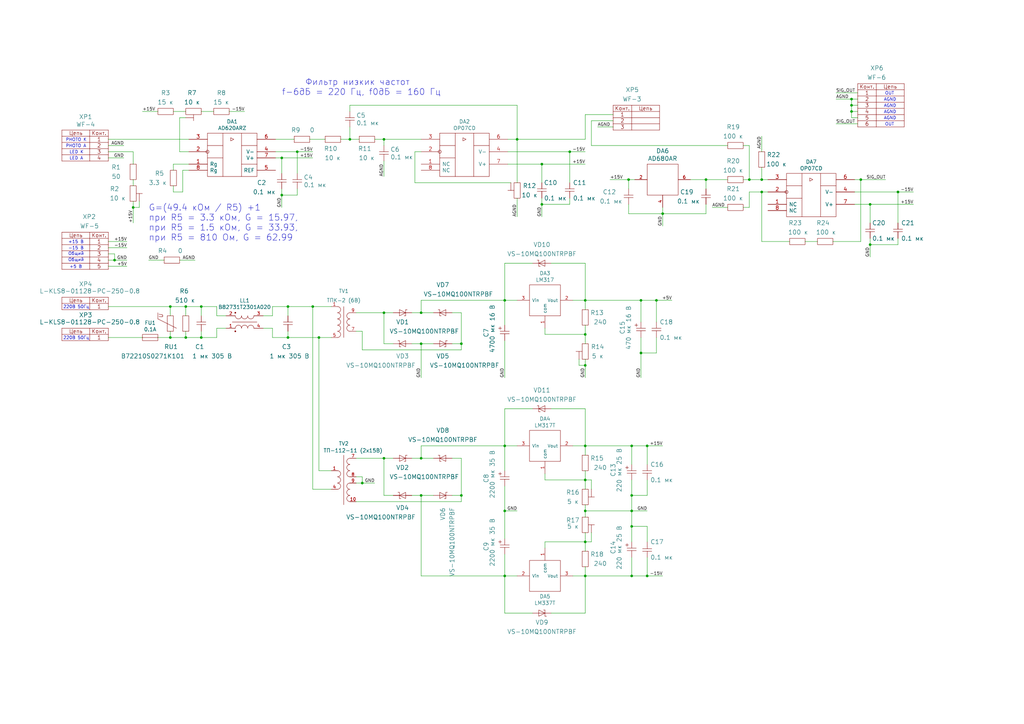
<source format=kicad_sch>
(kicad_sch (version 20230121) (generator eeschema)
  (paper "A3")
  (junction (at 356.87 83.82))
  (junction (at 240.03 182.88))
  (junction (at 130.81 138.43))
  (junction (at 259.08 236.22))
  (junction (at 240.03 196.85))
  (junction (at 312.42 73.66))
  (junction (at 189.23 203.2))
  (junction (at 240.03 149.86))
  (junction (at 307.34 73.66))
  (junction (at 240.03 209.55))
  (junction (at 259.08 182.88))
  (junction (at 172.72 140.97))
  (junction (at 240.03 236.22))
  (junction (at 222.25 83.82))
  (junction (at 189.23 140.97))
  (junction (at 172.72 128.27))
  (junction (at 82.55 125.73))
  (junction (at 172.72 203.2))
  (junction (at 118.11 125.73))
  (junction (at 240.03 123.19))
  (junction (at 259.08 203.2))
  (junction (at 240.03 137.16))
  (junction (at 207.01 182.88))
  (junction (at 207.01 209.55))
  (junction (at 262.89 123.19))
  (junction (at 207.01 236.22))
  (junction (at 157.48 57.15))
  (junction (at 312.42 78.74))
  (junction (at 207.01 123.19))
  (junction (at 115.57 64.77))
  (junction (at 118.11 138.43))
  (junction (at 356.87 100.33))
  (junction (at 212.09 57.15))
  (junction (at 269.24 123.19))
  (junction (at 265.43 236.22))
  (junction (at 157.48 128.27))
  (junction (at 148.59 198.12))
  (junction (at 128.27 125.73))
  (junction (at 157.48 187.96))
  (junction (at 259.08 215.9))
  (junction (at 349.25 40.64))
  (junction (at 121.92 62.23))
  (junction (at 54.61 85.09))
  (junction (at 143.51 57.15))
  (junction (at 76.2 125.73))
  (junction (at 222.25 67.31))
  (junction (at 69.85 138.43))
  (junction (at 76.2 138.43))
  (junction (at 257.81 73.66))
  (junction (at 115.57 80.01))
  (junction (at 265.43 182.88))
  (junction (at 349.25 45.72))
  (junction (at 271.78 87.63))
  (junction (at 82.55 138.43))
  (junction (at 69.85 125.73))
  (junction (at 262.89 144.78))
  (junction (at 240.03 222.25))
  (junction (at 259.08 209.55))
  (junction (at 172.72 187.96))
  (junction (at 233.68 62.23))
  (junction (at 368.3 78.74))
  (junction (at 353.06 73.66))
  (junction (at 46.99 106.68))
  (junction (at 349.25 43.18))
  (junction (at 289.56 73.66))
  (wire (pts (xy 76.2 129.54) (xy 76.2 125.73)))
  (wire (pts (xy 265.43 203.2) (xy 265.43 196.85)))
  (wire (pts (xy 73.66 48.26) (xy 73.66 62.23)))
  (wire (pts (xy 44.45 64.77) (xy 50.8 64.77)))
  (wire (pts (xy 240.03 251.46) (xy 226.06 251.46)))
  (wire (pts (xy 269.24 123.19) (xy 269.24 132.08)))
  (wire (pts (xy 69.85 129.54) (xy 69.85 125.73)))
  (wire (pts (xy 223.52 222.25) (xy 240.03 222.25)))
  (wire (pts (xy 172.72 123.19) (xy 172.72 128.27)))
  (wire (pts (xy 240.03 149.86) (xy 237.49 149.86)))
  (wire (pts (xy 54.61 85.09) (xy 57.15 85.09)))
  (wire (pts (xy 44.45 106.68) (xy 46.99 106.68)))
  (wire (pts (xy 349.25 40.64) (xy 349.25 43.18)))
  (wire (pts (xy 312.42 78.74) (xy 314.96 78.74)))
  (wire (pts (xy 262.89 138.43) (xy 262.89 144.78)))
  (wire (pts (xy 233.68 81.28) (xy 233.68 83.82)))
  (wire (pts (xy 265.43 215.9) (xy 265.43 222.25)))
  (wire (pts (xy 121.92 62.23) (xy 113.03 62.23)))
  (wire (pts (xy 88.9 138.43) (xy 82.55 138.43)))
  (wire (pts (xy 88.9 125.73) (xy 82.55 125.73)))
  (wire (pts (xy 271.78 87.63) (xy 257.81 87.63)))
  (wire (pts (xy 234.95 123.19) (xy 240.03 123.19)))
  (wire (pts (xy 185.42 187.96) (xy 189.23 187.96)))
  (wire (pts (xy 54.61 85.09) (xy 54.61 91.44)))
  (wire (pts (xy 77.47 69.85) (xy 74.93 69.85)))
  (wire (pts (xy 251.46 46.99) (xy 240.03 46.99)))
  (wire (pts (xy 353.06 73.66) (xy 363.22 73.66)))
  (wire (pts (xy 242.57 59.69) (xy 298.45 59.69)))
  (wire (pts (xy 312.42 73.66) (xy 314.96 73.66)))
  (wire (pts (xy 265.43 182.88) (xy 265.43 190.5)))
  (wire (pts (xy 312.42 78.74) (xy 312.42 99.06)))
  (wire (pts (xy 139.7 57.15) (xy 143.51 57.15)))
  (wire (pts (xy 44.45 57.15) (xy 77.47 57.15)))
  (wire (pts (xy 111.76 125.73) (xy 118.11 125.73)))
  (wire (pts (xy 128.27 200.66) (xy 128.27 125.73)))
  (wire (pts (xy 259.08 209.55) (xy 259.08 215.9)))
  (wire (pts (xy 259.08 236.22) (xy 265.43 236.22)))
  (wire (pts (xy 312.42 73.66) (xy 312.42 68.58)))
  (wire (pts (xy 157.48 140.97) (xy 161.29 140.97)))
  (wire (pts (xy 242.57 222.25) (xy 242.57 218.44)))
  (wire (pts (xy 168.91 140.97) (xy 172.72 140.97)))
  (wire (pts (xy 240.03 196.85) (xy 240.03 193.04)))
  (wire (pts (xy 207.01 182.88) (xy 207.01 193.04)))
  (wire (pts (xy 189.23 143.51) (xy 148.59 143.51)))
  (wire (pts (xy 76.2 135.89) (xy 76.2 138.43)))
  (wire (pts (xy 240.03 167.64) (xy 226.06 167.64)))
  (wire (pts (xy 233.68 83.82) (xy 222.25 83.82)))
  (wire (pts (xy 262.89 123.19) (xy 269.24 123.19)))
  (wire (pts (xy 240.03 154.94) (xy 240.03 149.86)))
  (wire (pts (xy 172.72 140.97) (xy 172.72 154.94)))
  (wire (pts (xy 58.42 45.72) (xy 64.77 45.72)))
  (wire (pts (xy 259.08 222.25) (xy 259.08 215.9)))
  (wire (pts (xy 115.57 80.01) (xy 115.57 77.47)))
  (wire (pts (xy 240.03 222.25) (xy 240.03 226.06)))
  (wire (pts (xy 233.68 74.93) (xy 233.68 62.23)))
  (wire (pts (xy 240.03 149.86) (xy 240.03 147.32)))
  (wire (pts (xy 259.08 182.88) (xy 265.43 182.88)))
  (wire (pts (xy 271.78 92.71) (xy 271.78 87.63)))
  (wire (pts (xy 111.76 134.62) (xy 111.76 138.43)))
  (wire (pts (xy 240.03 182.88) (xy 259.08 182.88)))
  (wire (pts (xy 189.23 187.96) (xy 189.23 203.2)))
  (wire (pts (xy 74.93 69.85) (xy 74.93 78.74)))
  (wire (pts (xy 87.63 45.72) (xy 82.55 45.72)))
  (wire (pts (xy 146.05 205.74) (xy 189.23 205.74)))
  (wire (pts (xy 111.76 129.54) (xy 111.76 125.73)))
  (wire (pts (xy 157.48 128.27) (xy 157.48 140.97)))
  (wire (pts (xy 307.34 85.09) (xy 307.34 78.74)))
  (wire (pts (xy 240.03 182.88) (xy 240.03 186.69)))
  (wire (pts (xy 207.01 251.46) (xy 218.44 251.46)))
  (wire (pts (xy 130.81 193.04) (xy 130.81 138.43)))
  (wire (pts (xy 259.08 203.2) (xy 265.43 203.2)))
  (wire (pts (xy 115.57 85.09) (xy 115.57 80.01)))
  (wire (pts (xy 289.56 73.66) (xy 289.56 77.47)))
  (wire (pts (xy 240.03 107.95) (xy 226.06 107.95)))
  (wire (pts (xy 265.43 236.22) (xy 265.43 228.6)))
  (wire (pts (xy 223.52 134.62) (xy 223.52 137.16)))
  (wire (pts (xy 69.85 135.89) (xy 69.85 138.43)))
  (wire (pts (xy 44.45 59.69) (xy 50.8 59.69)))
  (wire (pts (xy 234.95 236.22) (xy 240.03 236.22)))
  (wire (pts (xy 240.03 62.23) (xy 233.68 62.23)))
  (wire (pts (xy 121.92 80.01) (xy 115.57 80.01)))
  (wire (pts (xy 113.03 57.15) (xy 120.65 57.15)))
  (wire (pts (xy 115.57 64.77) (xy 113.03 64.77)))
  (wire (pts (xy 107.95 134.62) (xy 111.76 134.62)))
  (wire (pts (xy 212.09 81.28) (xy 212.09 88.9)))
  (wire (pts (xy 349.25 43.18) (xy 349.25 45.72)))
  (wire (pts (xy 189.23 128.27) (xy 189.23 140.97)))
  (wire (pts (xy 118.11 138.43) (xy 130.81 138.43)))
  (wire (pts (xy 307.34 59.69) (xy 304.8 59.69)))
  (wire (pts (xy 240.03 46.99) (xy 240.03 57.15)))
  (wire (pts (xy 237.49 149.86) (xy 237.49 147.32)))
  (wire (pts (xy 148.59 195.58) (xy 146.05 195.58)))
  (wire (pts (xy 71.12 69.85) (xy 71.12 67.31)))
  (wire (pts (xy 304.8 73.66) (xy 307.34 73.66)))
  (wire (pts (xy 54.61 76.2) (xy 54.61 73.66)))
  (wire (pts (xy 172.72 128.27) (xy 177.8 128.27)))
  (wire (pts (xy 88.9 134.62) (xy 88.9 138.43)))
  (wire (pts (xy 92.71 129.54) (xy 88.9 129.54)))
  (wire (pts (xy 143.51 57.15) (xy 147.32 57.15)))
  (wire (pts (xy 374.65 78.74) (xy 368.3 78.74)))
  (wire (pts (xy 240.03 182.88) (xy 240.03 167.64)))
  (wire (pts (xy 128.27 62.23) (xy 121.92 62.23)))
  (wire (pts (xy 172.72 203.2) (xy 177.8 203.2)))
  (wire (pts (xy 259.08 215.9) (xy 265.43 215.9)))
  (wire (pts (xy 148.59 135.89) (xy 146.05 135.89)))
  (wire (pts (xy 356.87 91.44) (xy 356.87 83.82)))
  (wire (pts (xy 69.85 138.43) (xy 64.77 138.43)))
  (wire (pts (xy 240.03 209.55) (xy 240.03 212.09)))
  (wire (pts (xy 245.11 52.07) (xy 251.46 52.07)))
  (wire (pts (xy 240.03 140.97) (xy 240.03 137.16)))
  (wire (pts (xy 312.42 99.06) (xy 323.85 99.06)))
  (wire (pts (xy 222.25 88.9) (xy 222.25 83.82)))
  (wire (pts (xy 212.09 182.88) (xy 207.01 182.88)))
  (wire (pts (xy 234.95 182.88) (xy 240.03 182.88)))
  (wire (pts (xy 189.23 205.74) (xy 189.23 203.2)))
  (wire (pts (xy 350.52 73.66) (xy 353.06 73.66)))
  (wire (pts (xy 46.99 106.68) (xy 52.07 106.68)))
  (wire (pts (xy 265.43 182.88) (xy 271.78 182.88)))
  (wire (pts (xy 77.47 62.23) (xy 73.66 62.23)))
  (wire (pts (xy 257.81 77.47) (xy 257.81 73.66)))
  (wire (pts (xy 157.48 128.27) (xy 146.05 128.27)))
  (wire (pts (xy 240.03 123.19) (xy 240.03 107.95)))
  (wire (pts (xy 146.05 198.12) (xy 148.59 198.12)))
  (wire (pts (xy 298.45 85.09) (xy 292.1 85.09)))
  (wire (pts (xy 128.27 200.66) (xy 135.89 200.66)))
  (wire (pts (xy 240.03 123.19) (xy 262.89 123.19)))
  (wire (pts (xy 349.25 45.72) (xy 349.25 48.26)))
  (wire (pts (xy 330.2 99.06) (xy 335.28 99.06)))
  (wire (pts (xy 168.91 187.96) (xy 172.72 187.96)))
  (wire (pts (xy 223.52 196.85) (xy 240.03 196.85)))
  (wire (pts (xy 157.48 203.2) (xy 161.29 203.2)))
  (wire (pts (xy 172.72 187.96) (xy 177.8 187.96)))
  (wire (pts (xy 374.65 83.82) (xy 356.87 83.82)))
  (wire (pts (xy 127 57.15) (xy 133.35 57.15)))
  (wire (pts (xy 71.12 45.72) (xy 76.2 45.72)))
  (wire (pts (xy 350.52 83.82) (xy 356.87 83.82)))
  (wire (pts (xy 240.03 123.19) (xy 240.03 127)))
  (wire (pts (xy 157.48 187.96) (xy 146.05 187.96)))
  (wire (pts (xy 262.89 144.78) (xy 269.24 144.78)))
  (wire (pts (xy 82.55 129.54) (xy 82.55 125.73)))
  (wire (pts (xy 69.85 125.73) (xy 76.2 125.73)))
  (wire (pts (xy 212.09 43.18) (xy 212.09 57.15)))
  (wire (pts (xy 76.2 138.43) (xy 69.85 138.43)))
  (wire (pts (xy 172.72 203.2) (xy 172.72 236.22)))
  (wire (pts (xy 46.99 104.14) (xy 46.99 106.68)))
  (wire (pts (xy 148.59 143.51) (xy 148.59 135.89)))
  (wire (pts (xy 170.18 62.23) (xy 172.72 62.23)))
  (wire (pts (xy 312.42 62.23) (xy 312.42 55.88)))
  (wire (pts (xy 148.59 198.12) (xy 153.67 198.12)))
  (wire (pts (xy 44.45 109.22) (xy 52.07 109.22)))
  (wire (pts (xy 92.71 134.62) (xy 88.9 134.62)))
  (wire (pts (xy 207.01 107.95) (xy 207.01 123.19)))
  (wire (pts (xy 269.24 144.78) (xy 269.24 138.43)))
  (wire (pts (xy 240.03 209.55) (xy 240.03 207.01)))
  (wire (pts (xy 207.01 209.55) (xy 207.01 220.98)))
  (wire (pts (xy 168.91 203.2) (xy 172.72 203.2)))
  (wire (pts (xy 240.03 67.31) (xy 222.25 67.31)))
  (wire (pts (xy 54.61 62.23) (xy 54.61 67.31)))
  (wire (pts (xy 349.25 43.18) (xy 351.79 43.18)))
  (wire (pts (xy 172.72 140.97) (xy 177.8 140.97)))
  (wire (pts (xy 189.23 203.2) (xy 185.42 203.2)))
  (wire (pts (xy 172.72 236.22) (xy 207.01 236.22)))
  (wire (pts (xy 212.09 74.93) (xy 212.09 57.15)))
  (wire (pts (xy 259.08 228.6) (xy 259.08 236.22)))
  (wire (pts (xy 207.01 209.55) (xy 212.09 209.55)))
  (wire (pts (xy 121.92 77.47) (xy 121.92 80.01)))
  (wire (pts (xy 271.78 87.63) (xy 289.56 87.63)))
  (wire (pts (xy 60.96 106.68) (xy 67.31 106.68)))
  (wire (pts (xy 349.25 40.64) (xy 351.79 40.64)))
  (wire (pts (xy 143.51 57.15) (xy 143.51 52.07)))
  (wire (pts (xy 257.81 73.66) (xy 260.35 73.66)))
  (wire (pts (xy 121.92 71.12) (xy 121.92 62.23)))
  (wire (pts (xy 304.8 85.09) (xy 307.34 85.09)))
  (wire (pts (xy 349.25 48.26) (xy 351.79 48.26)))
  (wire (pts (xy 240.03 236.22) (xy 240.03 251.46)))
  (wire (pts (xy 157.48 57.15) (xy 157.48 59.69)))
  (wire (pts (xy 223.52 137.16) (xy 240.03 137.16)))
  (wire (pts (xy 207.01 251.46) (xy 207.01 236.22)))
  (wire (pts (xy 265.43 236.22) (xy 271.78 236.22)))
  (wire (pts (xy 115.57 71.12) (xy 115.57 64.77)))
  (wire (pts (xy 82.55 135.89) (xy 82.55 138.43)))
  (wire (pts (xy 240.03 137.16) (xy 240.03 133.35)))
  (wire (pts (xy 157.48 57.15) (xy 172.72 57.15)))
  (wire (pts (xy 250.19 73.66) (xy 257.81 73.66)))
  (wire (pts (xy 207.01 123.19) (xy 207.01 133.35)))
  (wire (pts (xy 88.9 129.54) (xy 88.9 125.73)))
  (wire (pts (xy 240.03 236.22) (xy 240.03 232.41)))
  (wire (pts (xy 242.57 49.53) (xy 242.57 59.69)))
  (wire (pts (xy 170.18 74.93) (xy 170.18 62.23)))
  (wire (pts (xy 351.79 50.8) (xy 342.9 50.8)))
  (wire (pts (xy 111.76 138.43) (xy 118.11 138.43)))
  (wire (pts (xy 161.29 128.27) (xy 157.48 128.27)))
  (wire (pts (xy 350.52 78.74) (xy 368.3 78.74)))
  (wire (pts (xy 100.33 45.72) (xy 93.98 45.72)))
  (wire (pts (xy 185.42 128.27) (xy 189.23 128.27)))
  (wire (pts (xy 262.89 154.94) (xy 262.89 144.78)))
  (wire (pts (xy 44.45 101.6) (xy 52.07 101.6)))
  (wire (pts (xy 118.11 125.73) (xy 128.27 125.73)))
  (wire (pts (xy 207.01 236.22) (xy 212.09 236.22)))
  (wire (pts (xy 342.9 40.64) (xy 349.25 40.64)))
  (wire (pts (xy 307.34 73.66) (xy 312.42 73.66)))
  (wire (pts (xy 44.45 62.23) (xy 54.61 62.23)))
  (wire (pts (xy 307.34 78.74) (xy 312.42 78.74)))
  (wire (pts (xy 207.01 227.33) (xy 207.01 236.22)))
  (wire (pts (xy 240.03 209.55) (xy 259.08 209.55)))
  (wire (pts (xy 240.03 196.85) (xy 242.57 196.85)))
  (wire (pts (xy 130.81 138.43) (xy 135.89 138.43)))
  (wire (pts (xy 212.09 123.19) (xy 207.01 123.19)))
  (wire (pts (xy 271.78 85.09) (xy 271.78 87.63)))
  (wire (pts (xy 223.52 224.79) (xy 223.52 222.25)))
  (wire (pts (xy 240.03 236.22) (xy 259.08 236.22)))
  (wire (pts (xy 135.89 193.04) (xy 130.81 193.04)))
  (wire (pts (xy 307.34 73.66) (xy 307.34 59.69)))
  (wire (pts (xy 208.28 62.23) (xy 233.68 62.23)))
  (wire (pts (xy 353.06 73.66) (xy 353.06 99.06)))
  (wire (pts (xy 240.03 218.44) (xy 240.03 222.25)))
  (wire (pts (xy 269.24 123.19) (xy 275.59 123.19)))
  (wire (pts (xy 207.01 139.7) (xy 207.01 154.94)))
  (wire (pts (xy 189.23 140.97) (xy 185.42 140.97)))
  (wire (pts (xy 153.67 57.15) (xy 157.48 57.15)))
  (wire (pts (xy 143.51 43.18) (xy 212.09 43.18)))
  (wire (pts (xy 212.09 57.15) (xy 208.28 57.15)))
  (wire (pts (xy 172.72 182.88) (xy 207.01 182.88)))
  (wire (pts (xy 54.61 82.55) (xy 54.61 85.09)))
  (wire (pts (xy 168.91 128.27) (xy 172.72 128.27)))
  (wire (pts (xy 368.3 100.33) (xy 356.87 100.33)))
  (wire (pts (xy 172.72 123.19) (xy 207.01 123.19)))
  (wire (pts (xy 143.51 45.72) (xy 143.51 43.18)))
  (wire (pts (xy 157.48 66.04) (xy 157.48 72.39)))
  (wire (pts (xy 356.87 100.33) (xy 356.87 97.79)))
  (wire (pts (xy 74.93 78.74) (xy 71.12 78.74)))
  (wire (pts (xy 240.03 222.25) (xy 242.57 222.25)))
  (wire (pts (xy 223.52 196.85) (xy 223.52 194.31)))
  (wire (pts (xy 356.87 105.41) (xy 356.87 100.33)))
  (wire (pts (xy 82.55 125.73) (xy 76.2 125.73)))
  (wire (pts (xy 257.81 87.63) (xy 257.81 83.82)))
  (wire (pts (xy 207.01 199.39) (xy 207.01 209.55)))
  (wire (pts (xy 189.23 140.97) (xy 189.23 143.51)))
  (wire (pts (xy 349.25 45.72) (xy 351.79 45.72)))
  (wire (pts (xy 242.57 196.85) (xy 242.57 200.66)))
  (wire (pts (xy 161.29 187.96) (xy 157.48 187.96)))
  (wire (pts (xy 222.25 83.82) (xy 222.25 81.28)))
  (wire (pts (xy 208.28 67.31) (xy 222.25 67.31)))
  (wire (pts (xy 157.48 187.96) (xy 157.48 203.2)))
  (wire (pts (xy 212.09 57.15) (xy 240.03 57.15)))
  (wire (pts (xy 44.45 125.73) (xy 69.85 125.73)))
  (wire (pts (xy 172.72 182.88) (xy 172.72 187.96)))
  (wire (pts (xy 44.45 99.06) (xy 52.07 99.06)))
  (wire (pts (xy 57.15 85.09) (xy 57.15 82.55)))
  (wire (pts (xy 107.95 129.54) (xy 111.76 129.54)))
  (wire (pts (xy 289.56 87.63) (xy 289.56 83.82)))
  (wire (pts (xy 259.08 203.2) (xy 259.08 209.55)))
  (wire (pts (xy 71.12 78.74) (xy 71.12 76.2)))
  (wire (pts (xy 262.89 132.08) (xy 262.89 123.19)))
  (wire (pts (xy 298.45 73.66) (xy 289.56 73.66)))
  (wire (pts (xy 128.27 125.73) (xy 135.89 125.73)))
  (wire (pts (xy 207.01 167.64) (xy 207.01 182.88)))
  (wire (pts (xy 118.11 129.54) (xy 118.11 125.73)))
  (wire (pts (xy 259.08 196.85) (xy 259.08 203.2)))
  (wire (pts (xy 73.66 106.68) (xy 80.01 106.68)))
  (wire (pts (xy 44.45 138.43) (xy 58.42 138.43)))
  (wire (pts (xy 240.03 200.66) (xy 240.03 196.85)))
  (wire (pts (xy 341.63 99.06) (xy 353.06 99.06)))
  (wire (pts (xy 170.18 74.93) (xy 209.55 74.93)))
  (wire (pts (xy 82.55 138.43) (xy 76.2 138.43)))
  (wire (pts (xy 207.01 107.95) (xy 218.44 107.95)))
  (wire (pts (xy 368.3 91.44) (xy 368.3 78.74)))
  (wire (pts (xy 368.3 97.79) (xy 368.3 100.33)))
  (wire (pts (xy 73.66 48.26) (xy 76.2 48.26)))
  (wire (pts (xy 71.12 67.31) (xy 77.47 67.31)))
  (wire (pts (xy 283.21 73.66) (xy 289.56 73.66)))
  (wire (pts (xy 44.45 104.14) (xy 46.99 104.14)))
  (wire (pts (xy 351.79 38.1) (xy 342.9 38.1)))
  (wire (pts (xy 259.08 190.5) (xy 259.08 182.88)))
  (wire (pts (xy 118.11 135.89) (xy 118.11 138.43)))
  (wire (pts (xy 222.25 74.93) (xy 222.25 67.31)))
  (wire (pts (xy 251.46 49.53) (xy 242.57 49.53)))
  (wire (pts (xy 207.01 167.64) (xy 218.44 167.64)))
  (wire (pts (xy 259.08 209.55) (xy 265.43 209.55)))
  (wire (pts (xy 148.59 198.12) (xy 148.59 195.58)))
  (wire (pts (xy 128.27 64.77) (xy 115.57 64.77)))
  (text "-15 В" (at 27.94 102.616 0) (effects (font (size 1.27 1.27)) (justify left bottom)))
  (text "     Фильтр низкик частот\nf-6дБ = 220 Гц, f0дБ = 160 Гц" (at 115.57 39.37 0) (effects (font (size 2.54 2.54)) (justify left bottom)))
  (text "Общий" (at 27.94 107.442 0) (effects (font (size 1.27 1.27)) (justify left bottom)))
  (text "PHOTO A" (at 26.924 60.706 0) (effects (font (size 1.27 1.27)) (justify left bottom)))
  (text "AGND" (at 362.458 49.276 0) (effects (font (size 1.27 1.27)) (justify left bottom)))
  (text "LED A" (at 28.448 65.786 0) (effects (font (size 1.27 1.27)) (justify left bottom)))
  (text "OUT" (at 362.966 39.116 0) (effects (font (size 1.27 1.27)) (justify left bottom)))
  (text "AGND" (at 362.458 46.736 0) (effects (font (size 1.27 1.27)) (justify left bottom)))
  (text "G=(49.4 кОм / R5) +1\nпри R5 = 3.3 кОм, G = 15.97,\nпри R5 = 1.5 кОм, G = 33.93,\nпри R5 = 810 Ом, G = 62.99" (at 60.96 99.06 0) (effects (font (size 2.54 2.54)) (justify left bottom)))
  (text "LED K" (at 28.448 63.246 0) (effects (font (size 1.27 1.27)) (justify left bottom)))
  (text "AGND" (at 362.458 44.196 0) (effects (font (size 1.27 1.27)) (justify left bottom)))
  (text "220В 50Гц" (at 25.908 139.446 0) (effects (font (size 1.27 1.27)) (justify left bottom)))
  (text "220В 50Гц" (at 25.908 126.746 0) (effects (font (size 1.27 1.27)) (justify left bottom)))
  (text "+5 В" (at 28.448 110.236 0) (effects (font (size 1.27 1.27)) (justify left bottom)))
  (text "Общий" (at 27.94 104.902 0) (effects (font (size 1.27 1.27)) (justify left bottom)))
  (text "+15 В" (at 27.94 100.076 0) (effects (font (size 1.27 1.27)) (justify left bottom)))
  (text "OUT" (at 362.966 51.816 0) (effects (font (size 1.27 1.27)) (justify left bottom)))
  (text "AGND" (at 362.458 41.656 0) (effects (font (size 1.27 1.27)) (justify left bottom)))
  (text "PHOTO K" (at 26.924 58.166 0) (effects (font (size 1.27 1.27)) (justify left bottom)))
  (label "AGND" (at 342.9 40.64 0))
  (label "+5V" (at 275.59 123.19 180))
  (label "-15V" (at 271.78 236.22 180))
  (label "+5V" (at 52.07 109.22 180))
  (label "+15V" (at 250.19 73.66 0))
  (label "+15V" (at 240.03 67.31 180))
  (label "GND" (at 50.8 64.77 180))
  (label "GND" (at 52.07 106.68 180))
  (label "+15V" (at 374.65 83.82 180))
  (label "SIG_OUT" (at 342.9 50.8 0))
  (label "+15V" (at 58.42 45.72 0))
  (label "GND" (at 356.87 105.41 90))
  (label "+15V" (at 128.27 64.77 180))
  (label "SIG_OUT" (at 363.22 73.66 180))
  (label "AGND" (at 245.11 52.07 0))
  (label "GND" (at 265.43 209.55 180))
  (label "-15V" (at 240.03 62.23 180))
  (label "AGND" (at 312.42 55.88 270))
  (label "AGND" (at 292.1 85.09 0))
  (label "GND" (at 153.67 198.12 180))
  (label "SIG_OUT" (at 342.9 38.1 0))
  (label "-15V" (at 128.27 62.23 180))
  (label "GND" (at 115.57 85.09 90))
  (label "AGND" (at 157.48 72.39 90))
  (label "GND" (at 222.25 88.9 90))
  (label "GND" (at 207.01 154.94 90))
  (label "GND" (at 60.96 106.68 0))
  (label "GND" (at 172.72 154.94 90))
  (label "-15V" (at 374.65 78.74 180))
  (label "AGND" (at 212.09 88.9 90))
  (label "GND" (at 240.03 154.94 90))
  (label "GND" (at 212.09 209.55 180))
  (label "-15V" (at 52.07 101.6 180))
  (label "+15V" (at 271.78 182.88 180))
  (label "+15V" (at 52.07 99.06 180))
  (label "AGND" (at 50.8 59.69 180))
  (label "+15V" (at 54.61 91.44 90))
  (label "GND" (at 271.78 92.71 90))
  (label "AGND" (at 80.01 106.68 180))
  (label "-15V" (at 100.33 45.72 180))
  (label "GND" (at 262.89 154.94 90))
  (symbol (lib_id "LFcomponents:AD620") (at 85.09 54.61 0) (unit 1)
    (property "Reference" "DA1" (at 95.25 49.8602 0) (effects (font (size 1.524 1.524))))
    (property "Value" "AD620ARZ" (at 95.25 52.5526 0) (effects (font (size 1.524 1.524))))
    (property "Footprint" "IWsmd_case:SOIC8" (effects hide))
  )
  (symbol (lib_id "LFcomponents:OP07") (at 180.34 54.61 0) (unit 1)
    (property "Reference" "DA2" (at 190.5 49.8602 0) (effects (font (size 1.524 1.524))))
    (property "Value" "OP07CD" (at 190.5 52.5526 0) (effects (font (size 1.524 1.524))))
    (property "Footprint" "IWsmd_case:SOIC8" (effects hide))
  )
  (symbol (lib_id "LFconnectors:connector_4pin_gost") (at 44.45 57.15 0) (mirror y) (unit 1)
    (property "Reference" "XP1" (at 35.1282 47.9298 0) (effects (font (size 1.8034 1.8034))))
    (property "Value" "WF-4" (at 35.1282 51.054 0) (effects (font (size 1.8034 1.8034))))
    (property "Footprint" "IWconnectors:WF-4" (effects hide))
  )
  (symbol (lib_id "LFresistor:RESISTOR") (at 71.12 76.2 90) (unit 1)
    (property "Reference" "R5" (at 63.5 71.12 90) (effects (font (size 1.8034 1.8034)) (justify right)))
    (property "Value" "3.3 к" (at 60.96 74.93 90) (effects (font (size 1.8034 1.8034)) (justify right)))
    (property "Footprint" "IWsmd_case:SMD0805" (effects hide))
    (property "Datasheet" "AmpliOp.sch" (effects hide))
  )
  (symbol (lib_id "LFresistor:RESISTOR_TRIMMING") (at 82.55 45.72 180) (unit 1)
    (property "Reference" "R7" (at 78.74 38.1 0) (effects (font (size 1.8034 1.8034))))
    (property "Value" "10 к" (at 78.74 41.91 0) (effects (font (size 1.8034 1.8034))))
    (property "Footprint" "IWcomponents:Electron_3296W" (effects hide))
    (property "Datasheet" "AmpliOp.sch" (effects hide))
  )
  (symbol (lib_id "LFresistor:RESISTOR") (at 64.77 45.72 0) (unit 1)
    (property "Reference" "R3" (at 69.85 38.1 0) (effects (font (size 1.8034 1.8034)) (justify right)))
    (property "Value" "15 к" (at 71.12 41.91 0) (effects (font (size 1.8034 1.8034)) (justify right)))
    (property "Footprint" "IWsmd_case:SMD0805" (effects hide))
    (property "Datasheet" "AmpliOp.sch" (effects hide))
  )
  (symbol (lib_id "LFresistor:RESISTOR") (at 87.63 45.72 0) (unit 1)
    (property "Reference" "R8" (at 92.71 38.1 0) (effects (font (size 1.8034 1.8034)) (justify right)))
    (property "Value" "15 к" (at 93.98 41.91 0) (effects (font (size 1.8034 1.8034)) (justify right)))
    (property "Footprint" "IWsmd_case:SMD0805" (effects hide))
    (property "Datasheet" "AmpliOp.sch" (effects hide))
  )
  (symbol (lib_id "LFresistor:RESISTOR_TRIMMING") (at 54.61 76.2 270) (unit 1)
    (property "Reference" "R2" (at 46.99 77.47 90) (effects (font (size 1.8034 1.8034))))
    (property "Value" "10 к" (at 48.26 81.28 90) (effects (font (size 1.8034 1.8034))))
    (property "Footprint" "IWcomponents:Electron_3296W" (effects hide))
    (property "Datasheet" "AmpliOp.sch" (effects hide))
  )
  (symbol (lib_id "LFresistor:RESISTOR") (at 54.61 67.31 270) (unit 1)
    (property "Reference" "R1" (at 49.53 68.58 90) (effects (font (size 1.8034 1.8034)) (justify right)))
    (property "Value" "50" (at 49.53 72.39 90) (effects (font (size 1.8034 1.8034)) (justify right)))
    (property "Footprint" "IWsmd_case:SMD0805" (effects hide))
    (property "Datasheet" "AmpliOp.sch" (effects hide))
  )
  (symbol (lib_id "LFcapitors:CAPITORS") (at 115.57 71.12 270) (unit 1)
    (property "Reference" "C2" (at 109.22 74.93 90) (effects (font (size 1.8034 1.8034)) (justify right)))
    (property "Value" "0.1 мк" (at 113.03 78.74 90) (effects (font (size 1.8034 1.8034)) (justify right)))
    (property "Footprint" "IWsmd_case:SMD0805" (effects hide))
  )
  (symbol (lib_id "LFcapitors:CAPITORS") (at 121.92 71.12 270) (unit 1)
    (property "Reference" "C4" (at 124.5362 72.7202 90) (effects (font (size 1.8034 1.8034)) (justify left)))
    (property "Value" "0.1 мк" (at 124.5362 75.8444 90) (effects (font (size 1.8034 1.8034)) (justify left)))
    (property "Footprint" "IWsmd_case:SMD0805" (effects hide))
  )
  (symbol (lib_id "LFresistor:RESISTOR") (at 127 57.15 180) (unit 1)
    (property "Reference" "R9" (at 119.38 53.34 0) (effects (font (size 1.8034 1.8034)) (justify right)))
    (property "Value" "0" (at 127 53.34 0) (effects (font (size 1.8034 1.8034)) (justify right)))
    (property "Footprint" "IWsmd_case:SMD0805" (effects hide))
    (property "Datasheet" "AmpliOp.sch" (effects hide))
  )
  (symbol (lib_id "LFresistor:RESISTOR") (at 133.35 57.15 0) (unit 1)
    (property "Reference" "R10" (at 138.43 60.96 0) (effects (font (size 1.8034 1.8034)) (justify right)))
    (property "Value" "10 к" (at 139.7 64.77 0) (effects (font (size 1.8034 1.8034)) (justify right)))
    (property "Footprint" "IWsmd_case:SMD0805" (effects hide))
    (property "Datasheet" "AmpliOp.sch" (effects hide))
  )
  (symbol (lib_id "LFresistor:RESISTOR") (at 147.32 57.15 0) (unit 1)
    (property "Reference" "R11" (at 152.4 60.96 0) (effects (font (size 1.8034 1.8034)) (justify right)))
    (property "Value" "10 к" (at 153.67 64.77 0) (effects (font (size 1.8034 1.8034)) (justify right)))
    (property "Footprint" "IWsmd_case:SMD0805" (effects hide))
    (property "Datasheet" "AmpliOp.sch" (effects hide))
  )
  (symbol (lib_id "LFcapitors:CAPITORS") (at 143.51 45.72 270) (unit 1)
    (property "Reference" "C5" (at 146.1262 47.3202 90) (effects (font (size 1.8034 1.8034)) (justify left)))
    (property "Value" "0.1 мк" (at 146.1262 50.4444 90) (effects (font (size 1.8034 1.8034)) (justify left)))
    (property "Footprint" "IWsmd_case:SMD0805" (effects hide))
  )
  (symbol (lib_id "LFcapitors:CAPITORS") (at 157.48 59.69 270) (unit 1)
    (property "Reference" "C6" (at 160.0962 61.2902 90) (effects (font (size 1.8034 1.8034)) (justify left)))
    (property "Value" "0.1 мк" (at 160.0962 64.4144 90) (effects (font (size 1.8034 1.8034)) (justify left)))
    (property "Footprint" "IWsmd_case:SMD0805" (effects hide))
  )
  (symbol (lib_id "LFresistor:RESISTOR_TRIMMING") (at 212.09 81.28 90) (unit 1)
    (property "Reference" "R12" (at 217.17 76.2 90) (effects (font (size 1.8034 1.8034))))
    (property "Value" "10 к" (at 217.17 80.01 90) (effects (font (size 1.8034 1.8034))))
    (property "Footprint" "IWcomponents:Electron_3296W" (effects hide))
    (property "Datasheet" "AmpliOp.sch" (effects hide))
  )
  (symbol (lib_id "LFcapitors:CAPITORS") (at 222.25 74.93 270) (unit 1)
    (property "Reference" "C10" (at 228.6 74.93 90) (effects (font (size 1.8034 1.8034)) (justify right)))
    (property "Value" "0.1 мк" (at 232.41 81.28 90) (effects (font (size 1.8034 1.8034)) (justify right)))
    (property "Footprint" "IWsmd_case:SMD0805" (effects hide))
  )
  (symbol (lib_id "LFcapitors:CAPITORS") (at 233.68 74.93 270) (unit 1)
    (property "Reference" "C11" (at 234.95 74.93 90) (effects (font (size 1.8034 1.8034)) (justify left)))
    (property "Value" "0.1 мк" (at 234.95 81.28 90) (effects (font (size 1.8034 1.8034)) (justify left)))
    (property "Footprint" "IWsmd_case:SMD0805" (effects hide))
  )
  (symbol (lib_id "LFtransformator:TP-112-11") (at 135.89 193.04 0) (unit 1)
    (property "Reference" "TV2" (at 140.97 181.9402 0) (effects (font (size 1.524 1.524))))
    (property "Value" "ТП-112-11 (2х15В)" (at 144.78 184.785 0) (effects (font (size 1.524 1.524))))
    (property "Footprint" "IWtransformator:TP112-11" (effects hide))
  )
  (symbol (lib_id "LFtransformator:TPG-112-12") (at 135.89 135.89 0) (mirror x) (unit 1)
    (property "Reference" "TV1" (at 140.97 119.38 0) (effects (font (size 1.524 1.524))))
    (property "Value" "ТПК-2 (6В)" (at 140.97 123.19 0) (effects (font (size 1.524 1.524))))
    (property "Footprint" "IWtransformator:TPG2-12" (effects hide))
  )
  (symbol (lib_id "LFdiod:SHOTTKY_DIODE") (at 161.29 128.27 0) (unit 1)
    (property "Reference" "VD1" (at 165.1 132.08 0) (effects (font (size 1.8034 1.8034))))
    (property "Value" "VS-10MQ100NTRPBF" (at 173.99 135.89 0) (effects (font (size 1.8034 1.8034))))
    (property "Footprint" "IWcomponents:SMA" (effects hide))
  )
  (symbol (lib_id "LFdiod:SHOTTKY_DIODE") (at 185.42 128.27 0) (mirror y) (unit 1)
    (property "Reference" "VD7" (at 181.61 116.84 0) (effects (font (size 1.8034 1.8034))))
    (property "Value" "VS-10MQ100NTRPBF" (at 187.96 120.65 0) (effects (font (size 1.8034 1.8034))))
    (property "Footprint" "IWcomponents:SMA" (effects hide))
  )
  (symbol (lib_id "LFdiod:SHOTTKY_DIODE") (at 177.8 140.97 0) (unit 1)
    (property "Reference" "VD5" (at 181.61 146.05 0) (effects (font (size 1.8034 1.8034))))
    (property "Value" "VS-10MQ100NTRPBF" (at 190.5 149.86 0) (effects (font (size 1.8034 1.8034))))
    (property "Footprint" "IWcomponents:SMA" (effects hide))
  )
  (symbol (lib_id "LFdiod:SHOTTKY_DIODE") (at 168.91 140.97 0) (mirror y) (unit 1)
    (property "Reference" "VD3" (at 165.1 146.05 0) (effects (font (size 1.8034 1.8034))))
    (property "Value" "VS-10MQ100NTRPBF" (at 156.21 149.86 0) (effects (font (size 1.8034 1.8034))))
    (property "Footprint" "IWcomponents:SMA" (effects hide))
  )
  (symbol (lib_id "LFcapitors:CAPITORS") (at 257.81 77.47 90) (mirror x) (unit 1)
    (property "Reference" "C12" (at 252.73 78.74 90) (effects (font (size 1.8034 1.8034)) (justify left)))
    (property "Value" "0.1 мк" (at 255.27 82.55 90) (effects (font (size 1.8034 1.8034)) (justify left)))
    (property "Footprint" "IWsmd_case:SMD0805" (effects hide))
  )
  (symbol (lib_id "LFcapitors:CAPITORS") (at 289.56 77.47 90) (mirror x) (unit 1)
    (property "Reference" "C19" (at 284.48 78.74 90) (effects (font (size 1.8034 1.8034)) (justify left)))
    (property "Value" "0.1 мк" (at 287.02 82.55 90) (effects (font (size 1.8034 1.8034)) (justify left)))
    (property "Footprint" "IWsmd_case:SMD0805" (effects hide))
  )
  (symbol (lib_id "LFresistor:RESISTOR") (at 298.45 73.66 0) (unit 1)
    (property "Reference" "R20" (at 303.53 66.04 0) (effects (font (size 1.8034 1.8034)) (justify right)))
    (property "Value" "100 к" (at 304.8 69.85 0) (effects (font (size 1.8034 1.8034)) (justify right)))
    (property "Footprint" "IWsmd_case:SMD0805" (effects hide))
    (property "Datasheet" "AmpliOp.sch" (effects hide))
  )
  (symbol (lib_id "LFresistor:RESISTOR") (at 298.45 85.09 0) (unit 1)
    (property "Reference" "R21" (at 303.53 77.47 0) (effects (font (size 1.8034 1.8034)) (justify right)))
    (property "Value" "100 к" (at 304.8 81.28 0) (effects (font (size 1.8034 1.8034)) (justify right)))
    (property "Footprint" "IWsmd_case:SMD0805" (effects hide))
    (property "Datasheet" "AmpliOp.sch" (effects hide))
  )
  (symbol (lib_id "LFcomponents:OP07") (at 322.58 71.12 0) (unit 1)
    (property "Reference" "DA7" (at 332.74 66.3702 0) (effects (font (size 1.524 1.524))))
    (property "Value" "OP07CD" (at 332.74 69.0626 0) (effects (font (size 1.524 1.524))))
    (property "Footprint" "IWsmd_case:SOIC8" (effects hide))
  )
  (symbol (lib_id "LFcapitors:CAPITORS") (at 356.87 91.44 270) (unit 1)
    (property "Reference" "C20" (at 363.22 91.44 90) (effects (font (size 1.8034 1.8034)) (justify right)))
    (property "Value" "0.1 мк" (at 367.03 97.79 90) (effects (font (size 1.8034 1.8034)) (justify right)))
    (property "Footprint" "IWsmd_case:SMD0805" (effects hide))
  )
  (symbol (lib_id "LFcapitors:CAPITORS") (at 368.3 91.44 270) (unit 1)
    (property "Reference" "C21" (at 369.57 91.44 90) (effects (font (size 1.8034 1.8034)) (justify left)))
    (property "Value" "0.1 мк" (at 369.57 97.79 90) (effects (font (size 1.8034 1.8034)) (justify left)))
    (property "Footprint" "IWsmd_case:SMD0805" (effects hide))
  )
  (symbol (lib_id "LFresistor:RESISTOR") (at 298.45 59.69 0) (unit 1)
    (property "Reference" "R19" (at 303.53 52.07 0) (effects (font (size 1.8034 1.8034)) (justify right)))
    (property "Value" "100 к" (at 304.8 55.88 0) (effects (font (size 1.8034 1.8034)) (justify right)))
    (property "Footprint" "IWsmd_case:SMD0805" (effects hide))
    (property "Datasheet" "AmpliOp.sch" (effects hide))
  )
  (symbol (lib_id "LFresistor:RESISTOR") (at 312.42 68.58 270) (mirror x) (unit 1)
    (property "Reference" "R22" (at 320.04 63.5 90) (effects (font (size 1.8034 1.8034)) (justify right)))
    (property "Value" "100 к" (at 322.58 67.31 90) (effects (font (size 1.8034 1.8034)) (justify right)))
    (property "Footprint" "IWsmd_case:SMD0805" (effects hide))
    (property "Datasheet" "AmpliOp.sch" (effects hide))
  )
  (symbol (lib_id "LFresistor:RESISTOR") (at 323.85 99.06 0) (unit 1)
    (property "Reference" "R23" (at 328.93 91.44 0) (effects (font (size 1.8034 1.8034)) (justify right)))
    (property "Value" "100 к" (at 331.47 95.25 0) (effects (font (size 1.8034 1.8034)) (justify right)))
    (property "Footprint" "IWsmd_case:SMD0805" (effects hide))
    (property "Datasheet" "AmpliOp.sch" (effects hide))
  )
  (symbol (lib_id "LFresistor:RESISTOR") (at 335.28 99.06 0) (unit 1)
    (property "Reference" "R24" (at 340.36 91.44 0) (effects (font (size 1.8034 1.8034)) (justify right)))
    (property "Value" "100 к" (at 342.9 95.25 0) (effects (font (size 1.8034 1.8034)) (justify right)))
    (property "Footprint" "IWsmd_case:SMD0805" (effects hide))
    (property "Datasheet" "AmpliOp.sch" (effects hide))
  )
  (symbol (lib_id "LFcapitors:CAPITORS_ELECTROLYTIC") (at 207.01 133.35 90) (mirror x) (unit 1)
    (property "Reference" "C7" (at 199.39 138.43 0) (effects (font (size 1.8034 1.8034)) (justify right)))
    (property "Value" "4700 мк 16 В" (at 201.93 144.78 0) (effects (font (size 1.8034 1.8034)) (justify right)))
    (property "Footprint" "IWcomponents:CAPACITOR_7.62_D16" (effects hide))
  )
  (symbol (lib_id "LFcomponents:LM317") (at 217.17 116.84 0) (unit 1)
    (property "Reference" "DA3" (at 223.52 112.0902 0) (effects (font (size 1.524 1.524))))
    (property "Value" "LM317" (at 223.52 114.7826 0) (effects (font (size 1.524 1.524))))
    (property "Footprint" "IWcomponents:TO220_RAD_16.5x15" (effects hide))
  )
  (symbol (lib_id "LFdiod:SHOTTKY_DIODE") (at 226.06 107.95 0) (mirror y) (unit 1)
    (property "Reference" "VD10" (at 222.25 100.33 0) (effects (font (size 1.8034 1.8034))))
    (property "Value" "VS-10MQ100NTRPBF" (at 222.25 104.14 0) (effects (font (size 1.8034 1.8034))))
    (property "Footprint" "IWcomponents:SMA" (effects hide))
  )
  (symbol (lib_id "LFconnectors:connector_6pin_gost") (at 351.79 38.1 0) (unit 1)
    (property "Reference" "XP6" (at 356.87 27.94 0) (effects (font (size 1.8034 1.8034)) (justify left)))
    (property "Value" "WF-6" (at 355.6 31.75 0) (effects (font (size 1.8034 1.8034)) (justify left)))
    (property "Footprint" "IWconnectors:WF-6" (effects hide))
  )
  (symbol (lib_id "LFresistor:RESISTOR_TRIMMING") (at 240.03 140.97 90) (mirror x) (unit 1)
    (property "Reference" "R14" (at 245.11 142.24 90) (effects (font (size 1.8034 1.8034))))
    (property "Value" "5 к" (at 245.11 146.05 90) (effects (font (size 1.8034 1.8034))))
    (property "Footprint" "IWcomponents:Electron_3296W" (effects hide))
    (property "Datasheet" "AmpliOp.sch" (effects hide))
  )
  (symbol (lib_id "LFresistor:RESISTOR") (at 240.03 133.35 270) (mirror x) (unit 1)
    (property "Reference" "R13" (at 247.65 128.27 90) (effects (font (size 1.8034 1.8034)) (justify right)))
    (property "Value" "240" (at 248.92 132.08 90) (effects (font (size 1.8034 1.8034)) (justify right)))
    (property "Footprint" "IWsmd_case:SMD0805" (effects hide))
    (property "Datasheet" "AmpliOp.sch" (effects hide))
  )
  (symbol (lib_id "LFconnectors:connector_3pin_gost") (at 251.46 46.99 0) (unit 1)
    (property "Reference" "XP5" (at 256.54 36.83 0) (effects (font (size 1.8034 1.8034)) (justify left)))
    (property "Value" "WF-3" (at 255.27 40.64 0) (effects (font (size 1.8034 1.8034)) (justify left)))
    (property "Footprint" "IWconnectors:WF-3" (effects hide))
  )
  (symbol (lib_id "LFconnectors:connector_5pin_gost") (at 44.45 99.06 0) (mirror y) (unit 1)
    (property "Reference" "XP2" (at 39.37 88.9 0) (effects (font (size 1.8034 1.8034)) (justify left)))
    (property "Value" "WF-5" (at 40.64 92.71 0) (effects (font (size 1.8034 1.8034)) (justify left)))
    (property "Footprint" "IWconnectors:WF-5" (effects hide))
  )
  (symbol (lib_id "LFcapitors:CAPITORS_ELECTROLYTIC") (at 262.89 132.08 90) (mirror x) (unit 1)
    (property "Reference" "C15" (at 255.27 137.16 0) (effects (font (size 1.8034 1.8034)) (justify right)))
    (property "Value" "470 мк 16 В" (at 257.81 143.51 0) (effects (font (size 1.8034 1.8034)) (justify right)))
    (property "Footprint" "IWcomponents:CAPACITOR_3_D8" (effects hide))
  )
  (symbol (lib_id "LFcapitors:CAPITORS") (at 269.24 132.08 270) (unit 1)
    (property "Reference" "C18" (at 270.51 132.08 90) (effects (font (size 1.8034 1.8034)) (justify left)))
    (property "Value" "0.1 мк" (at 270.51 138.43 90) (effects (font (size 1.8034 1.8034)) (justify left)))
    (property "Footprint" "IWsmd_case:SMD0805" (effects hide))
  )
  (symbol (lib_id "LFresistor:RESISTOR") (at 67.31 106.68 0) (unit 1)
    (property "Reference" "R4" (at 68.58 102.87 0) (effects (font (size 1.8034 1.8034)) (justify right)))
    (property "Value" "0" (at 74.93 102.87 0) (effects (font (size 1.8034 1.8034)) (justify right)))
    (property "Footprint" "IWsmd_case:SMD0805" (effects hide))
    (property "Datasheet" "AmpliOp.sch" (effects hide))
  )
  (symbol (lib_id "LFdiod:SHOTTKY_DIODE") (at 161.29 187.96 0) (unit 1)
    (property "Reference" "VD2" (at 165.1 191.77 0) (effects (font (size 1.8034 1.8034))))
    (property "Value" "VS-10MQ100NTRPBF" (at 173.99 195.58 0) (effects (font (size 1.8034 1.8034))))
    (property "Footprint" "IWcomponents:SMA" (effects hide))
  )
  (symbol (lib_id "LFdiod:SHOTTKY_DIODE") (at 185.42 187.96 0) (mirror y) (unit 1)
    (property "Reference" "VD8" (at 181.61 176.53 0) (effects (font (size 1.8034 1.8034))))
    (property "Value" "VS-10MQ100NTRPBF" (at 181.61 180.34 0) (effects (font (size 1.8034 1.8034))))
    (property "Footprint" "IWcomponents:SMA" (effects hide))
  )
  (symbol (lib_id "LFdiod:SHOTTKY_DIODE") (at 177.8 203.2 0) (unit 1)
    (property "Reference" "VD6" (at 181.61 210.82 90) (effects (font (size 1.8034 1.8034))))
    (property "Value" "VS-10MQ100NTRPBF" (at 185.42 222.25 90) (effects (font (size 1.8034 1.8034))))
    (property "Footprint" "IWcomponents:SMA" (effects hide))
  )
  (symbol (lib_id "LFdiod:SHOTTKY_DIODE") (at 168.91 203.2 0) (mirror y) (unit 1)
    (property "Reference" "VD4" (at 165.1 208.28 0) (effects (font (size 1.8034 1.8034))))
    (property "Value" "VS-10MQ100NTRPBF" (at 156.21 212.09 0) (effects (font (size 1.8034 1.8034))))
    (property "Footprint" "IWcomponents:SMA" (effects hide))
  )
  (symbol (lib_id "LFcapitors:CAPITORS_ELECTROLYTIC") (at 207.01 193.04 90) (mirror x) (unit 1)
    (property "Reference" "C8" (at 199.39 198.12 0) (effects (font (size 1.8034 1.8034)) (justify right)))
    (property "Value" "2200 мк 35 В" (at 201.93 204.47 0) (effects (font (size 1.8034 1.8034)) (justify right)))
    (property "Footprint" "IWcomponents:CAPACITOR_7.62_D16" (effects hide))
  )
  (symbol (lib_id "LFcomponents:LM317") (at 217.17 176.53 0) (unit 1)
    (property "Reference" "DA4" (at 223.52 171.7802 0) (effects (font (size 1.524 1.524))))
    (property "Value" "LM317T" (at 223.52 174.4726 0) (effects (font (size 1.524 1.524))))
    (property "Footprint" "IWcomponents:TO220_RAD_16.5x15" (effects hide))
  )
  (symbol (lib_id "LFdiod:SHOTTKY_DIODE") (at 226.06 167.64 0) (mirror y) (unit 1)
    (property "Reference" "VD11" (at 222.25 160.02 0) (effects (font (size 1.8034 1.8034))))
    (property "Value" "VS-10MQ100NTRPBF" (at 222.25 163.83 0) (effects (font (size 1.8034 1.8034))))
    (property "Footprint" "IWcomponents:SMA" (effects hide))
  )
  (symbol (lib_id "LFresistor:RESISTOR_TRIMMING") (at 240.03 207.01 270) (mirror x) (unit 1)
    (property "Reference" "R16" (at 234.95 201.93 90) (effects (font (size 1.8034 1.8034))))
    (property "Value" "5 к" (at 234.95 205.74 90) (effects (font (size 1.8034 1.8034))))
    (property "Footprint" "IWcomponents:Electron_3296W" (effects hide))
    (property "Datasheet" "AmpliOp.sch" (effects hide))
  )
  (symbol (lib_id "LFresistor:RESISTOR") (at 240.03 193.04 270) (mirror x) (unit 1)
    (property "Reference" "R15" (at 247.65 187.96 90) (effects (font (size 1.8034 1.8034)) (justify right)))
    (property "Value" "240" (at 248.92 191.77 90) (effects (font (size 1.8034 1.8034)) (justify right)))
    (property "Footprint" "IWsmd_case:SMD0805" (effects hide))
    (property "Datasheet" "AmpliOp.sch" (effects hide))
  )
  (symbol (lib_id "LFcapitors:CAPITORS_ELECTROLYTIC") (at 259.08 190.5 90) (mirror x) (unit 1)
    (property "Reference" "C13" (at 251.46 195.58 0) (effects (font (size 1.8034 1.8034)) (justify right)))
    (property "Value" "220 мк 25 В" (at 254 201.93 0) (effects (font (size 1.8034 1.8034)) (justify right)))
    (property "Footprint" "IWcomponents:CAPACITOR_3_D8" (effects hide))
  )
  (symbol (lib_id "LFcapitors:CAPITORS") (at 265.43 190.5 270) (unit 1)
    (property "Reference" "C16" (at 266.7 190.5 90) (effects (font (size 1.8034 1.8034)) (justify left)))
    (property "Value" "0.1 мк" (at 266.7 196.85 90) (effects (font (size 1.8034 1.8034)) (justify left)))
    (property "Footprint" "IWsmd_case:SMD0805" (effects hide))
  )
  (symbol (lib_id "LFcomponents:LM337") (at 217.17 242.57 0) (mirror x) (unit 1)
    (property "Reference" "DA5" (at 223.52 244.6274 0) (effects (font (size 1.524 1.524))))
    (property "Value" "LM337T" (at 223.52 247.3198 0) (effects (font (size 1.524 1.524))))
    (property "Footprint" "IWcomponents:TO220_RAD_16.5x15" (effects hide))
  )
  (symbol (lib_id "LFresistor:RESISTOR_TRIMMING") (at 240.03 212.09 270) (unit 1)
    (property "Reference" "R17" (at 234.95 213.36 90) (effects (font (size 1.8034 1.8034))))
    (property "Value" "5 к" (at 234.95 215.9 90) (effects (font (size 1.8034 1.8034))))
    (property "Footprint" "IWcomponents:Electron_3296W" (effects hide))
    (property "Datasheet" "AmpliOp.sch" (effects hide))
  )
  (symbol (lib_id "LFresistor:RESISTOR") (at 240.03 226.06 270) (unit 1)
    (property "Reference" "R18" (at 247.65 227.33 90) (effects (font (size 1.8034 1.8034)) (justify right)))
    (property "Value" "240" (at 248.92 231.14 90) (effects (font (size 1.8034 1.8034)) (justify right)))
    (property "Footprint" "IWsmd_case:SMD0805" (effects hide))
    (property "Datasheet" "AmpliOp.sch" (effects hide))
  )
  (symbol (lib_id "LFcapitors:CAPITORS_ELECTROLYTIC") (at 259.08 222.25 90) (mirror x) (unit 1)
    (property "Reference" "C14" (at 251.46 227.33 0) (effects (font (size 1.8034 1.8034)) (justify right)))
    (property "Value" "220 мк 25 В" (at 254 233.68 0) (effects (font (size 1.8034 1.8034)) (justify right)))
    (property "Footprint" "IWcomponents:CAPACITOR_3_D8" (effects hide))
  )
  (symbol (lib_id "LFcapitors:CAPITORS") (at 265.43 228.6 270) (mirror x) (unit 1)
    (property "Reference" "C17" (at 266.7 222.25 90) (effects (font (size 1.8034 1.8034)) (justify left)))
    (property "Value" "0.1 мк" (at 266.7 228.6 90) (effects (font (size 1.8034 1.8034)) (justify left)))
    (property "Footprint" "IWsmd_case:SMD0805" (effects hide))
  )
  (symbol (lib_id "LFcapitors:CAPITORS_ELECTROLYTIC") (at 207.01 220.98 90) (mirror x) (unit 1)
    (property "Reference" "C9" (at 199.39 226.06 0) (effects (font (size 1.8034 1.8034)) (justify right)))
    (property "Value" "2200 мк 35 В" (at 201.93 232.41 0) (effects (font (size 1.8034 1.8034)) (justify right)))
    (property "Footprint" "IWcomponents:CAPACITOR_7.62_D16" (effects hide))
  )
  (symbol (lib_id "LFdiod:SHOTTKY_DIODE") (at 218.44 251.46 0) (mirror x) (unit 1)
    (property "Reference" "VD9" (at 222.25 255.27 0) (effects (font (size 1.8034 1.8034))))
    (property "Value" "VS-10MQ100NTRPBF" (at 222.25 259.08 0) (effects (font (size 1.8034 1.8034))))
    (property "Footprint" "IWcomponents:SMA" (effects hide))
  )
  (symbol (lib_id "LFcapitors:CAPITORS") (at 118.11 129.54 270) (unit 1)
    (property "Reference" "C3" (at 115.57 142.24 90) (effects (font (size 1.8034 1.8034)) (justify left)))
    (property "Value" "1 мк 305 В" (at 110.49 146.05 90) (effects (font (size 1.8034 1.8034)) (justify left)))
    (property "Footprint" "IWcomponents:CAPACITOR_B32923_26.5x11" (effects hide))
  )
  (symbol (lib_id "LFtransformator:CHOKES_PL") (at 107.95 129.54 270) (unit 1)
    (property "Reference" "LL1" (at 100.33 123.2662 90) (effects (font (size 1.524 1.524))))
    (property "Value" "B82731T2301A020" (at 100.33 125.9586 90) (effects (font (size 1.524 1.524))))
    (property "Footprint" "IWtransformator:EMI_EPCOS_B82731T" (effects hide))
  )
  (symbol (lib_id "LFcapitors:CAPITORS") (at 82.55 129.54 90) (mirror x) (unit 1)
    (property "Reference" "C1" (at 83.82 142.24 90) (effects (font (size 1.8034 1.8034)) (justify left)))
    (property "Value" "1 мк 305 В" (at 95.25 146.05 90) (effects (font (size 1.8034 1.8034)) (justify left)))
    (property "Footprint" "IWcomponents:CAPACITOR_B32923_26.5x11" (effects hide))
  )
  (symbol (lib_id "LFresistor:RESISTOR") (at 76.2 129.54 270) (unit 1)
    (property "Reference" "R6" (at 77.47 119.38 90) (effects (font (size 1.8034 1.8034)) (justify right)))
    (property "Value" "510 к" (at 80.01 123.19 90) (effects (font (size 1.8034 1.8034)) (justify right)))
    (property "Footprint" "IWsmd_case:SMD2512" (effects hide))
    (property "Datasheet" "AmpliOp.sch" (effects hide))
  )
  (symbol (lib_id "LFresistor:VARISTOR") (at 69.85 129.54 270) (unit 1)
    (property "Reference" "RU1" (at 67.31 142.24 90) (effects (font (size 1.8034 1.8034)) (justify left)))
    (property "Value" "B72210S0271K101" (at 49.53 146.05 90) (effects (font (size 1.8034 1.8034)) (justify left)))
    (property "Footprint" "IWcomponents:RU_EPCOS_B72210S0271K101_12х5" (effects hide))
    (property "Datasheet" "AmpliOp.sch" (effects hide))
  )
  (symbol (lib_id "LFcomponents:PROTECTOR") (at 58.42 138.43 0) (unit 1)
    (property "Reference" "FU1" (at 61.595 132.4102 0) (effects (font (size 1.524 1.524))))
    (property "Value" "0.1A" (at 61.595 135.1026 0) (effects (font (size 1.524 1.524))))
    (property "Footprint" "IWcomponents:FU_PTF15B" (effects hide))
  )
  (symbol (lib_id "LFconnectors:connector_1pin_gost") (at 44.45 138.43 0) (mirror y) (unit 1)
    (property "Reference" "XP3" (at 35.1282 129.2098 0) (effects (font (size 1.8034 1.8034))))
    (property "Value" "L-KLS8-01128-PC-250-0.8" (at 36.83 132.08 0) (effects (font (size 1.8034 1.8034))))
    (property "Footprint" "IWconnectors:TERMINAL_KLS8-01128_6.3mm" (effects hide))
  )
  (symbol (lib_id "LFconnectors:connector_1pin_gost") (at 44.45 125.73 0) (mirror y) (unit 1)
    (property "Reference" "XP4" (at 35.1282 116.5098 0) (effects (font (size 1.8034 1.8034))))
    (property "Value" "L-KLS8-01128-PC-250-0.8" (at 36.83 119.38 0) (effects (font (size 1.8034 1.8034))))
    (property "Footprint" "IWconnectors:TERMINAL_KLS8-01128_6.3mm" (effects hide))
  )
  (symbol (lib_id "LFcomponents:AD680AR") (at 260.35 73.66 0) (unit 1)
    (property "Reference" "DA6" (at 271.78 61.8998 0) (effects (font (size 1.8034 1.8034))))
    (property "Value" "AD680AR" (at 271.78 65.024 0) (effects (font (size 1.8034 1.8034))))
    (property "Footprint" "IWsmd_case:SOIC8" (effects hide))
  )
)
</source>
